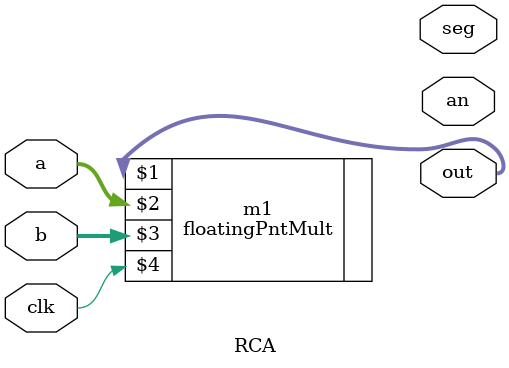
<source format=v>
`timescale 1ns / 1ps

module RCA(out,a,b,clk,an,seg);
    input clk;
	input [7:0]a,b;
	output [7:0] out;
	output [3:0]an;  //what about this??
	output [6:0] seg;   //this wont change
	wire dp;
	floatingPntMult m1(out,a,b,clk);
	//seg7decimal s1(p,clk,0,seg,an,0);
endmodule
</source>
